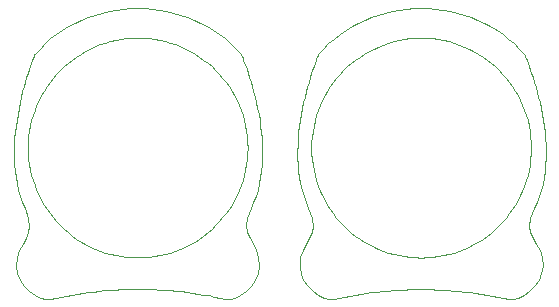
<source format=gbr>
G04 #@! TF.FileFunction,Profile,NP*
%FSLAX46Y46*%
G04 Gerber Fmt 4.6, Leading zero omitted, Abs format (unit mm)*
G04 Created by KiCad (PCBNEW 4.0.7-e2-6376~58~ubuntu14.04.1) date Thu May 17 14:08:47 2018*
%MOMM*%
%LPD*%
G01*
G04 APERTURE LIST*
%ADD10C,0.100000*%
G04 APERTURE END LIST*
D10*
X75492769Y-147517833D02*
X75271424Y-147027827D01*
X75770012Y-147997156D02*
X75492769Y-147517833D01*
X76039834Y-148517461D02*
X75770012Y-147997156D01*
X67890207Y-130780404D02*
X68340148Y-130884250D01*
X67432231Y-130698619D02*
X67890207Y-130780404D01*
X66966804Y-130639476D02*
X67432231Y-130698619D01*
X56823088Y-138475165D02*
X56904874Y-138017188D01*
X56763946Y-138940591D02*
X56823088Y-138475165D01*
X56728033Y-139412887D02*
X56763946Y-138940591D01*
X75144255Y-132980230D02*
X75049409Y-132723859D01*
X75247136Y-133268952D02*
X75144255Y-132980230D01*
X75356308Y-133588126D02*
X75247136Y-133268952D01*
X75470016Y-133935863D02*
X75356308Y-133588126D01*
X62395953Y-148460624D02*
X61983999Y-148274383D01*
X62818281Y-148627144D02*
X62395953Y-148460624D01*
X63250397Y-148773355D02*
X62818281Y-148627144D01*
X70448865Y-148069004D02*
X70047866Y-148274383D01*
X70838320Y-147845072D02*
X70448865Y-148069004D01*
X76045323Y-136036626D02*
X75935194Y-135574510D01*
X76149483Y-136515936D02*
X76045323Y-136036626D01*
X76245926Y-137010544D02*
X76149483Y-136515936D01*
X55849007Y-137003474D02*
X55764958Y-137511156D01*
X55941974Y-136509258D02*
X55849007Y-137003474D01*
X56042194Y-136030389D02*
X55941974Y-136509258D01*
X56148002Y-135568758D02*
X56042194Y-136030389D01*
X56823088Y-141307761D02*
X56763946Y-140842334D01*
X56904874Y-141765737D02*
X56823088Y-141307761D01*
X57008720Y-142215679D02*
X56904874Y-141765737D01*
X62262775Y-152076633D02*
X62722735Y-152028466D01*
X61803619Y-152131139D02*
X62262775Y-152076633D01*
X61345313Y-152191972D02*
X61803619Y-152131139D01*
X75303832Y-140370038D02*
X75267919Y-140842334D01*
X59131903Y-146144573D02*
X58839600Y-145807129D01*
X59439839Y-146467557D02*
X59131903Y-146144573D01*
X59762822Y-146775492D02*
X59439839Y-146467557D01*
X56763353Y-145815725D02*
X56838746Y-146489841D01*
X56455968Y-144977059D02*
X56763353Y-145815725D01*
X56240537Y-144478771D02*
X56455968Y-144977059D01*
X56057307Y-143967559D02*
X56240537Y-144478771D01*
X75126992Y-141765737D02*
X75023145Y-142215679D01*
X75208777Y-141307761D02*
X75126992Y-141765737D01*
X72592026Y-133315369D02*
X72899962Y-133638353D01*
X72269043Y-133007434D02*
X72592026Y-133315369D01*
X71931598Y-132715130D02*
X72269043Y-133007434D01*
X75586509Y-134310262D02*
X75470016Y-133935863D01*
X75704034Y-134709434D02*
X75586509Y-134310262D01*
X75820846Y-135131480D02*
X75704034Y-134709434D01*
X75935194Y-135574510D02*
X75820846Y-135131480D01*
X72400197Y-129921207D02*
X71872794Y-129602341D01*
X72910370Y-130270440D02*
X72400197Y-129921207D01*
X73401733Y-130650043D02*
X72910370Y-130270440D01*
X73872709Y-131060013D02*
X73401733Y-130650043D01*
X57134041Y-142656998D02*
X57008720Y-142215679D01*
X57280252Y-143089114D02*
X57134041Y-142656998D01*
X57446771Y-143511443D02*
X57280252Y-143089114D01*
X67821915Y-151919249D02*
X68287867Y-151947793D01*
X67356209Y-151897151D02*
X67821915Y-151919249D01*
X66890790Y-151881488D02*
X67356209Y-151897151D01*
X56257738Y-135126245D02*
X56148002Y-135568758D01*
X56369735Y-134704735D02*
X56257738Y-135126245D01*
X56482330Y-134306116D02*
X56369735Y-134704735D01*
X56593862Y-133932270D02*
X56482330Y-134306116D01*
X57633013Y-135859529D02*
X57838391Y-135458531D01*
X57446771Y-136271483D02*
X57633013Y-135859529D01*
X57280252Y-136693812D02*
X57446771Y-136271483D01*
X70448865Y-131713922D02*
X70838320Y-131937854D01*
X70047866Y-131508543D02*
X70448865Y-131713922D01*
X69635912Y-131322302D02*
X70047866Y-131508543D01*
X66494508Y-130603563D02*
X66966804Y-130639476D01*
X66015933Y-130591456D02*
X66494508Y-130603563D01*
X65537357Y-130603563D02*
X66015933Y-130591456D01*
X58615964Y-152689295D02*
X58615933Y-152689371D01*
X58225558Y-152703689D02*
X58615964Y-152689295D01*
X57773971Y-152596015D02*
X58225558Y-152703689D01*
X65065061Y-130639476D02*
X65537357Y-130603563D01*
X64599634Y-130698619D02*
X65065061Y-130639476D01*
X64141658Y-130780404D02*
X64599634Y-130698619D01*
X63691717Y-130884250D02*
X64141658Y-130780404D01*
X63250397Y-131009571D02*
X63691717Y-130884250D01*
X62818281Y-131155782D02*
X63250397Y-131009571D01*
X56715926Y-139891463D02*
X56728033Y-139412887D01*
X56728033Y-140370038D02*
X56715926Y-139891463D01*
X56763946Y-140842334D02*
X56728033Y-140370038D01*
X58618216Y-130650043D02*
X58150941Y-131060013D01*
X59106153Y-130270440D02*
X58618216Y-130650043D01*
X59613177Y-129921207D02*
X59106153Y-130270440D01*
X60137704Y-129602341D02*
X59613177Y-129921207D01*
X57275296Y-131993494D02*
X57248203Y-132059556D01*
X57284694Y-131971057D02*
X57275296Y-131993494D01*
X57705908Y-131500350D02*
X57284694Y-131971057D01*
X58150941Y-131060013D02*
X57705908Y-131500350D01*
X71215651Y-147603171D02*
X70838320Y-147845072D01*
X71580271Y-147343882D02*
X71215651Y-147603171D01*
X74585094Y-143511443D02*
X74398853Y-143923397D01*
X74751613Y-143089114D02*
X74585094Y-143511443D01*
X63691717Y-148898675D02*
X63250397Y-148773355D01*
X64141658Y-149002522D02*
X63691717Y-148898675D01*
X64599634Y-149084307D02*
X64141658Y-149002522D01*
X61193545Y-147845072D02*
X60816214Y-147603171D01*
X61583000Y-148069004D02*
X61193545Y-147845072D01*
X61983999Y-148274383D02*
X61583000Y-148069004D01*
X60678156Y-129313845D02*
X60137704Y-129602341D01*
X61232960Y-129055716D02*
X60678156Y-129313845D01*
X61800529Y-128827954D02*
X61232960Y-129055716D01*
X62379288Y-128630562D02*
X61800529Y-128827954D01*
X72592026Y-146467557D02*
X72269043Y-146775492D01*
X72899962Y-146144573D02*
X72592026Y-146467557D01*
X73192265Y-145807129D02*
X72899962Y-146144573D01*
X55582936Y-139096147D02*
X55551183Y-139638843D01*
X55630259Y-138559377D02*
X55582936Y-139096147D01*
X55691487Y-138030419D02*
X55630259Y-138559377D01*
X55764958Y-137511156D02*
X55691487Y-138030419D01*
X74751613Y-136693812D02*
X74897824Y-137125928D01*
X74585094Y-136271483D02*
X74751613Y-136693812D01*
X74398853Y-135859529D02*
X74585094Y-136271483D01*
X66425708Y-151872231D02*
X66890790Y-151881488D01*
X65961006Y-151869409D02*
X66425708Y-151872231D01*
X65496734Y-151872993D02*
X65961006Y-151869409D01*
X58304224Y-145091182D02*
X58062323Y-144713850D01*
X58563513Y-145455801D02*
X58304224Y-145091182D01*
X58839600Y-145807129D02*
X58563513Y-145455801D01*
X75126992Y-138017188D02*
X75208777Y-138475165D01*
X75023145Y-137567247D02*
X75126992Y-138017188D01*
X74897824Y-137125928D02*
X75023145Y-137567247D01*
X62967656Y-128463537D02*
X62379288Y-128630562D01*
X63564056Y-128326880D02*
X62967656Y-128463537D01*
X64166911Y-128220592D02*
X63564056Y-128326880D01*
X64774640Y-128144671D02*
X64166911Y-128220592D01*
X65385663Y-128099118D02*
X64774640Y-128144671D01*
X65998398Y-128083934D02*
X65385663Y-128099118D01*
X66611275Y-128099118D02*
X65998398Y-128083934D01*
X67222709Y-128144671D02*
X66611275Y-128099118D01*
X55566000Y-141283634D02*
X55613162Y-141831185D01*
X55541052Y-140734472D02*
X55566000Y-141283634D01*
X55536677Y-140185578D02*
X55541052Y-140734472D01*
X55551183Y-139638843D02*
X55536677Y-140185578D01*
X63644876Y-151951177D02*
X64106962Y-151922071D01*
X63183452Y-151986647D02*
X63644876Y-151951177D01*
X62722735Y-152028466D02*
X63183452Y-151986647D01*
X60100267Y-147067795D02*
X59762822Y-146775492D01*
X60451594Y-147343882D02*
X60100267Y-147067795D01*
X60816214Y-147603171D02*
X60451594Y-147343882D01*
X56702667Y-133585086D02*
X56593862Y-133932270D01*
X56807081Y-133266443D02*
X56702667Y-133585086D01*
X56905441Y-132978229D02*
X56807081Y-133266443D01*
X56996082Y-132722327D02*
X56905441Y-132978229D01*
X69213584Y-131155782D02*
X69635912Y-131322302D01*
X68781468Y-131009571D02*
X69213584Y-131155782D01*
X68340148Y-130884250D02*
X68781468Y-131009571D01*
X59521517Y-152498409D02*
X59975959Y-152412351D01*
X59068160Y-152590752D02*
X59521517Y-152498409D01*
X58615933Y-152689371D02*
X59068160Y-152590752D01*
X57633013Y-143923397D02*
X57446771Y-143511443D01*
X57838391Y-144324395D02*
X57633013Y-143923397D01*
X58062323Y-144713850D02*
X57838391Y-144324395D01*
X76557870Y-140741985D02*
X76564474Y-140193342D01*
X76529543Y-141290769D02*
X76557870Y-140741985D01*
X76477741Y-141837800D02*
X76529543Y-141290769D01*
X71580271Y-132439044D02*
X71931598Y-132715130D01*
X71215651Y-132179755D02*
X71580271Y-132439044D01*
X70838320Y-131937854D02*
X71215651Y-132179755D01*
X67890207Y-149002522D02*
X67432231Y-149084307D01*
X68340148Y-148898675D02*
X67890207Y-149002522D01*
X68781468Y-148773355D02*
X68340148Y-148898675D01*
X74193474Y-144324395D02*
X73969542Y-144713850D01*
X74398853Y-143923397D02*
X74193474Y-144324395D01*
X74193474Y-135458531D02*
X74398853Y-135859529D01*
X73969542Y-135069075D02*
X74193474Y-135458531D01*
X73727641Y-134691744D02*
X73969542Y-135069075D01*
X76238919Y-149130414D02*
X76039834Y-148517461D01*
X76303949Y-149887678D02*
X76238919Y-149130414D01*
X76203339Y-150527157D02*
X76303949Y-149887678D01*
X69213584Y-148627144D02*
X68781468Y-148773355D01*
X69635912Y-148460624D02*
X69213584Y-148627144D01*
X70047866Y-148274383D02*
X69635912Y-148460624D01*
X60887904Y-152259121D02*
X61345313Y-152191972D01*
X60431435Y-152332586D02*
X60887904Y-152259121D01*
X59975959Y-152412351D02*
X60431435Y-152332586D01*
X60100267Y-132715130D02*
X60451594Y-132439044D01*
X59762822Y-133007434D02*
X60100267Y-132715130D01*
X59439839Y-133315369D02*
X59762822Y-133007434D01*
X61193545Y-131937854D02*
X61583000Y-131713922D01*
X60816214Y-132179755D02*
X61193545Y-131937854D01*
X60451594Y-132439044D02*
X60816214Y-132179755D01*
X75249691Y-145809107D02*
X75575937Y-144977065D01*
X75169294Y-146475473D02*
X75249691Y-145809107D01*
X75271424Y-147027827D02*
X75169294Y-146475473D01*
X72018576Y-152409034D02*
X72484604Y-152495928D01*
X71552371Y-152328658D02*
X72018576Y-152409034D01*
X71086035Y-152254792D02*
X71552371Y-152328658D01*
X75960524Y-151104448D02*
X76203339Y-150527157D01*
X75609405Y-151609324D02*
X75960524Y-151104448D01*
X75183890Y-152031545D02*
X75609405Y-151609324D01*
X70202984Y-128827954D02*
X69622445Y-128630562D01*
X70772607Y-129055716D02*
X70202984Y-128827954D01*
X71329737Y-129313845D02*
X70772607Y-129055716D01*
X71872794Y-129602341D02*
X71329737Y-129313845D01*
X57295963Y-152375379D02*
X57773971Y-152596015D01*
X56826286Y-152050897D02*
X57295963Y-152375379D01*
X56399699Y-151631667D02*
X56826286Y-152050897D01*
X56050957Y-151126803D02*
X56399699Y-151631667D01*
X74321716Y-131500350D02*
X73872709Y-131060013D01*
X74747174Y-131971057D02*
X74321716Y-131500350D01*
X74757024Y-131993550D02*
X74747174Y-131971057D01*
X74785418Y-132059757D02*
X74757024Y-131993550D01*
X65065061Y-149143450D02*
X64599634Y-149084307D01*
X65537357Y-149179362D02*
X65065061Y-149143450D01*
X66015933Y-149191470D02*
X65537357Y-149179362D01*
X76000780Y-143970497D02*
X76163986Y-143449424D01*
X75805347Y-144480343D02*
X76000780Y-143970497D01*
X75575937Y-144977065D02*
X75805347Y-144480343D01*
X55814813Y-150545405D02*
X56050957Y-151126803D01*
X55726026Y-149896582D02*
X55814813Y-150545405D01*
X55802559Y-149153172D02*
X55726026Y-149896582D01*
X56001390Y-148547094D02*
X55802559Y-149153172D01*
X70619612Y-152187425D02*
X71086035Y-152254792D01*
X70153152Y-152126550D02*
X70619612Y-152187425D01*
X69686701Y-152072157D02*
X70153152Y-152126550D01*
X76332902Y-137518553D02*
X76245926Y-137010544D01*
X76408656Y-138038073D02*
X76332902Y-137518553D01*
X76471439Y-138567206D02*
X76408656Y-138038073D01*
X58304224Y-134691744D02*
X58563513Y-134327124D01*
X58062323Y-135069075D02*
X58304224Y-134691744D01*
X57838391Y-135458531D02*
X58062323Y-135069075D01*
X65032938Y-151882955D02*
X65496734Y-151872993D01*
X64569668Y-151899324D02*
X65032938Y-151882955D01*
X64106962Y-151922071D02*
X64569668Y-151899324D01*
X74830607Y-132167786D02*
X74785418Y-132059757D01*
X74890834Y-132315741D02*
X74830607Y-132167786D01*
X74964353Y-132501731D02*
X74890834Y-132315741D01*
X75049409Y-132723859D02*
X74964353Y-132501731D01*
X73468352Y-145455801D02*
X73192265Y-145807129D01*
X73727641Y-145091182D02*
X73468352Y-145455801D01*
X73969542Y-144713850D02*
X73727641Y-145091182D01*
X57134041Y-137125928D02*
X57280252Y-136693812D01*
X57008720Y-137567247D02*
X57134041Y-137125928D01*
X56904874Y-138017188D02*
X57008720Y-137567247D01*
X73415935Y-152689304D02*
X73800000Y-152700000D01*
X72950403Y-152589349D02*
X73415935Y-152689304D01*
X72484604Y-152495928D02*
X72950403Y-152589349D01*
X73468352Y-134327124D02*
X73727641Y-134691744D01*
X73192265Y-133975797D02*
X73468352Y-134327124D01*
X72899962Y-133638353D02*
X73192265Y-133975797D01*
X57077342Y-132500625D02*
X56996082Y-132722327D01*
X57147559Y-132315007D02*
X57077342Y-132500625D01*
X57205068Y-132167354D02*
X57147559Y-132315007D01*
X57248203Y-132059556D02*
X57205068Y-132167354D01*
X75315939Y-139891463D02*
X75303832Y-140370038D01*
X67831121Y-128220592D02*
X67222709Y-128144671D01*
X68434933Y-128326880D02*
X67831121Y-128220592D01*
X69032566Y-128463537D02*
X68434933Y-128326880D01*
X69622445Y-128630562D02*
X69032566Y-128463537D01*
X74897824Y-142656998D02*
X74751613Y-143089114D01*
X75023145Y-142215679D02*
X74897824Y-142656998D01*
X66494508Y-149179362D02*
X66015933Y-149191470D01*
X66966804Y-149143450D02*
X66494508Y-149179362D01*
X67432231Y-149084307D02*
X66966804Y-149143450D01*
X55904619Y-143445310D02*
X56057307Y-143967559D01*
X55780808Y-142913908D02*
X55904619Y-143445310D01*
X55684209Y-142375239D02*
X55780808Y-142913908D01*
X55613162Y-141831185D02*
X55684209Y-142375239D01*
X71931598Y-147067795D02*
X71580271Y-147343882D01*
X72269043Y-146775492D02*
X71931598Y-147067795D01*
X62395953Y-131322302D02*
X62818281Y-131155782D01*
X61983999Y-131508543D02*
X62395953Y-131322302D01*
X61583000Y-131713922D02*
X61983999Y-131508543D01*
X75303832Y-139412887D02*
X75315939Y-139891463D01*
X75267919Y-138940591D02*
X75303832Y-139412887D01*
X75208777Y-138475165D02*
X75267919Y-138940591D01*
X56263473Y-148028037D02*
X56001390Y-148547094D01*
X56529761Y-147545682D02*
X56263473Y-148028037D01*
X56741199Y-147049722D02*
X56529761Y-147545682D01*
X56838746Y-146489841D02*
X56741199Y-147049722D01*
X59131903Y-133638353D02*
X59439839Y-133315369D01*
X58839600Y-133975797D02*
X59131903Y-133638353D01*
X58563513Y-134327124D02*
X58839600Y-133975797D01*
X76519504Y-139104057D02*
X76471439Y-138567206D01*
X76551096Y-139646734D02*
X76519504Y-139104057D01*
X76564474Y-140193342D02*
X76551096Y-139646734D01*
X69220306Y-152024239D02*
X69686701Y-152072157D01*
X68754010Y-151982789D02*
X69220306Y-152024239D01*
X68287867Y-151947793D02*
X68754010Y-151982789D01*
X76400714Y-142381182D02*
X76477741Y-141837800D01*
X76296712Y-142919022D02*
X76400714Y-142381182D01*
X76163986Y-143449424D02*
X76296712Y-142919022D01*
X75267919Y-140842334D02*
X75208777Y-141307761D01*
X74717879Y-152360887D02*
X75183890Y-152031545D01*
X74245281Y-152587117D02*
X74717879Y-152360887D01*
X73800000Y-152700000D02*
X74245281Y-152587117D01*
X95577530Y-147356082D02*
X95212910Y-147615371D01*
X100301208Y-149899878D02*
X100236178Y-149142614D01*
X81444030Y-143523643D02*
X81277511Y-143101314D01*
X89534616Y-130615763D02*
X90013192Y-130603656D01*
X99020404Y-137579447D02*
X99124251Y-138029388D01*
X80823545Y-152063097D02*
X81293222Y-152387579D01*
X80396958Y-151643867D02*
X80823545Y-152063097D01*
X80048216Y-151139003D02*
X80396958Y-151643867D01*
X99932453Y-135586710D02*
X99818105Y-135143680D01*
X84428694Y-152344786D02*
X84885163Y-152271321D01*
X86719994Y-152040666D02*
X87180711Y-151998847D01*
X83065419Y-152602952D02*
X83518776Y-152510609D01*
X93633171Y-131334502D02*
X94045125Y-131520743D01*
X92751269Y-151994989D02*
X93217565Y-152036439D01*
X81005979Y-137579447D02*
X81131300Y-137138128D01*
X82059582Y-144726050D02*
X81835650Y-144336595D01*
X96589285Y-146479757D02*
X96266302Y-146787692D01*
X96266302Y-133019634D02*
X96589285Y-133327569D01*
X97869968Y-131072213D02*
X97398992Y-130662243D01*
X98318975Y-131512550D02*
X97869968Y-131072213D01*
X82059582Y-135081275D02*
X82301483Y-134703944D01*
X99353567Y-133600326D02*
X99244395Y-133281152D01*
X81277511Y-136706012D02*
X81444030Y-136283683D01*
X99046668Y-132736059D02*
X98961612Y-132513931D01*
X89030197Y-151895155D02*
X89493993Y-151885193D01*
X79812072Y-150557605D02*
X80048216Y-151139003D01*
X79723285Y-149908782D02*
X79812072Y-150557605D01*
X79799818Y-149165372D02*
X79723285Y-149908782D01*
X81703167Y-131512550D02*
X81281953Y-131983257D01*
X82148200Y-131072213D02*
X81703167Y-131512550D01*
X82615475Y-130662243D02*
X82148200Y-131072213D01*
X85800878Y-152143339D02*
X86260034Y-152088833D01*
X87180711Y-151998847D02*
X87642135Y-151963377D01*
X82560772Y-134339324D02*
X82836859Y-133987997D01*
X92432192Y-128339080D02*
X91828380Y-128232792D01*
X93029825Y-128475737D02*
X92432192Y-128339080D01*
X99124251Y-138029388D02*
X99206036Y-138487365D01*
X89062320Y-130651676D02*
X89534616Y-130615763D01*
X90964063Y-130651676D02*
X91429490Y-130710819D01*
X89958265Y-151881609D02*
X90422967Y-151884431D01*
X98748872Y-136706012D02*
X98895083Y-137138128D01*
X80713185Y-139903663D02*
X80725292Y-139425087D01*
X98782677Y-132071957D02*
X98754283Y-132005750D01*
X98827866Y-132179986D02*
X98782677Y-132071957D01*
X81835650Y-144336595D02*
X81630272Y-143935597D01*
X80820347Y-141319961D02*
X80761205Y-140854534D01*
X84675415Y-129326045D02*
X84134963Y-129614541D01*
X85230219Y-129067916D02*
X84675415Y-129326045D01*
X85797788Y-128840154D02*
X85230219Y-129067916D01*
X100516763Y-139116257D02*
X100468698Y-138579406D01*
X93619704Y-128642762D02*
X93029825Y-128475737D01*
X94200243Y-128840154D02*
X93619704Y-128642762D01*
X94045125Y-131520743D02*
X94446124Y-131726122D01*
X83518776Y-152510609D02*
X83973218Y-152424551D01*
X99265178Y-138952791D02*
X99301091Y-139425087D01*
X99606664Y-151621524D02*
X99957783Y-151116648D01*
X80902133Y-138029388D02*
X81005979Y-137579447D01*
X85190804Y-131950054D02*
X85580259Y-131726122D01*
X94446124Y-148081204D02*
X94045125Y-148286583D01*
X100042582Y-136048826D02*
X99932453Y-135586710D01*
X79533936Y-140197778D02*
X79538311Y-140746672D01*
X79548442Y-139651043D02*
X79533936Y-140197778D01*
X79580195Y-139108347D02*
X79548442Y-139651043D01*
X91819174Y-151931449D02*
X92285126Y-151959993D01*
X94045125Y-148286583D02*
X93633171Y-148472824D01*
X88138917Y-149014722D02*
X87688976Y-148910875D01*
X87561315Y-128339080D02*
X86964915Y-128475737D01*
X88164170Y-128232792D02*
X87561315Y-128339080D01*
X99124251Y-141777937D02*
X99020404Y-142227879D01*
X83103412Y-130282640D02*
X82615475Y-130662243D01*
X83610436Y-129933407D02*
X83103412Y-130282640D01*
X84134963Y-129614541D02*
X83610436Y-129933407D01*
X100200598Y-150539357D02*
X100301208Y-149899878D01*
X96897221Y-133650553D02*
X97189524Y-133987997D01*
X99701293Y-134721634D02*
X99583768Y-134322462D01*
X100293971Y-142931222D02*
X100397973Y-142393382D01*
X80761205Y-138952791D02*
X80820347Y-138487365D01*
X88596893Y-149096507D02*
X88138917Y-149014722D01*
X98190733Y-135470731D02*
X98396112Y-135871729D01*
X79846266Y-137015674D02*
X79762217Y-137523356D01*
X79939233Y-136521458D02*
X79846266Y-137015674D01*
X80039453Y-136042589D02*
X79939233Y-136521458D01*
X84448853Y-147356082D02*
X84097526Y-147079995D01*
X98895083Y-142669198D02*
X98748872Y-143101314D01*
X81245462Y-132071756D02*
X81202327Y-132179554D01*
X81272555Y-132005694D02*
X81245462Y-132071756D01*
X81281953Y-131983257D02*
X81272555Y-132005694D01*
X90964063Y-149155650D02*
X90491767Y-149191562D01*
X99301091Y-140382238D02*
X99265178Y-140854534D01*
X99957783Y-151116648D02*
X100200598Y-150539357D01*
X81005979Y-142227879D02*
X80902133Y-141777937D01*
X88566927Y-151911524D02*
X89030197Y-151895155D01*
X92337407Y-148910875D02*
X91887466Y-149014722D01*
X97465611Y-134339324D02*
X97724900Y-134703944D01*
X88771899Y-128156871D02*
X88164170Y-128232792D01*
X89382922Y-128111318D02*
X88771899Y-128156871D01*
X85981258Y-148286583D02*
X85580259Y-148081204D01*
X88104221Y-151934271D02*
X88566927Y-151911524D01*
X99265178Y-140854534D02*
X99206036Y-141319961D01*
X98888093Y-132327941D02*
X98827866Y-132179986D01*
X98961612Y-132513931D02*
X98888093Y-132327941D01*
X81835650Y-135470731D02*
X82059582Y-135081275D01*
X96015835Y-152421234D02*
X96481863Y-152508128D01*
X99490028Y-147530033D02*
X99268683Y-147040027D01*
X89534616Y-149191562D02*
X89062320Y-149155650D01*
X80479589Y-134318316D02*
X80366994Y-134716935D01*
X80591121Y-133944470D02*
X80479589Y-134318316D01*
X80699926Y-133597286D02*
X80591121Y-133944470D01*
X96907629Y-130282640D02*
X96397456Y-129933407D01*
X97398992Y-130662243D02*
X96907629Y-130282640D01*
X81277511Y-143101314D02*
X81131300Y-142669198D01*
X84097526Y-132727330D02*
X84448853Y-132451244D01*
X82836859Y-133987997D02*
X83129162Y-133650553D01*
X80738458Y-147061922D02*
X80527020Y-147557882D01*
X80836005Y-146502041D02*
X80738458Y-147061922D01*
X80760612Y-145827925D02*
X80836005Y-146502041D01*
X86393212Y-148472824D02*
X85981258Y-148286583D01*
X99166553Y-146487673D02*
X99246950Y-145821307D01*
X81630272Y-143935597D02*
X81444030Y-143523643D01*
X92778727Y-148785555D02*
X92337407Y-148910875D01*
X83973218Y-152424551D02*
X84428694Y-152344786D01*
X98895083Y-137138128D02*
X99020404Y-137579447D01*
X98582353Y-143523643D02*
X98396112Y-143935597D01*
X80725292Y-139425087D02*
X80761205Y-138952791D01*
X92778727Y-131021771D02*
X93210843Y-131167982D01*
X80820347Y-138487365D02*
X80902133Y-138029388D01*
X83760081Y-146787692D02*
X83437098Y-146479757D01*
X80804340Y-133278643D02*
X80699926Y-133597286D01*
X80902700Y-132990429D02*
X80804340Y-133278643D01*
X80993341Y-132734527D02*
X80902700Y-132990429D01*
X98190733Y-144336595D02*
X97966801Y-144726050D01*
X100236178Y-149142614D02*
X100037093Y-148529661D01*
X87688976Y-148910875D02*
X87247656Y-148785555D01*
X86376547Y-128642762D02*
X85797788Y-128840154D01*
X86964915Y-128475737D02*
X86376547Y-128642762D01*
X85981258Y-131520743D02*
X86393212Y-131334502D01*
X99141514Y-132992430D02*
X99046668Y-132736059D01*
X97966801Y-144726050D02*
X97724900Y-145103382D01*
X95870053Y-129614541D02*
X95326996Y-129326045D01*
X96397456Y-129933407D02*
X95870053Y-129614541D01*
X94446124Y-131726122D02*
X94835579Y-131950054D01*
X100243185Y-137022744D02*
X100146742Y-136528136D01*
X97724900Y-145103382D02*
X97465611Y-145468001D01*
X100037093Y-148529661D02*
X99767271Y-148009356D01*
X99573196Y-144989265D02*
X99802606Y-144492543D01*
X94769866Y-129067916D02*
X94200243Y-128840154D01*
X95326996Y-129326045D02*
X94769866Y-129067916D01*
X82836859Y-145819329D02*
X82560772Y-145468001D01*
X86260034Y-152088833D02*
X86719994Y-152040666D01*
X82560772Y-145468001D02*
X82301483Y-145103382D01*
X80145261Y-135580958D02*
X80039453Y-136042589D01*
X80254997Y-135138445D02*
X80145261Y-135580958D01*
X80366994Y-134716935D02*
X80254997Y-135138445D01*
X85342572Y-152204172D02*
X85800878Y-152143339D01*
X81630272Y-135871729D02*
X81835650Y-135470731D01*
X79901878Y-143457510D02*
X80054566Y-143979759D01*
X79778067Y-142926108D02*
X79901878Y-143457510D01*
X79681468Y-142387439D02*
X79778067Y-142926108D01*
X84813473Y-132191955D02*
X85190804Y-131950054D01*
X100330161Y-137530753D02*
X100243185Y-137022744D01*
X88138917Y-130792604D02*
X88596893Y-130710819D01*
X81131300Y-137138128D02*
X81277511Y-136706012D01*
X80453227Y-144989259D02*
X80760612Y-145827925D01*
X80237796Y-144490971D02*
X80453227Y-144989259D01*
X80054566Y-143979759D02*
X80237796Y-144490971D01*
X98744433Y-131983257D02*
X98318975Y-131512550D01*
X98754283Y-132005750D02*
X98744433Y-131983257D01*
X90491767Y-149191562D02*
X90013192Y-149203670D01*
X91353468Y-151909351D02*
X91819174Y-151931449D01*
X95577530Y-132451244D02*
X95928857Y-132727330D01*
X94150411Y-152138750D02*
X94616871Y-152199625D01*
X99020404Y-142227879D02*
X98895083Y-142669198D01*
X79610421Y-141843385D02*
X79681468Y-142387439D01*
X79563259Y-141295834D02*
X79610421Y-141843385D01*
X79538311Y-140746672D02*
X79563259Y-141295834D01*
X99467275Y-133948063D02*
X99353567Y-133600326D01*
X90491767Y-130615763D02*
X90964063Y-130651676D01*
X90013192Y-149203670D02*
X89534616Y-149191562D01*
X93210843Y-148639344D02*
X92778727Y-148785555D01*
X79998649Y-148559294D02*
X79799818Y-149165372D01*
X80260732Y-148040237D02*
X79998649Y-148559294D01*
X80527020Y-147557882D02*
X80260732Y-148040237D01*
X97724900Y-134703944D02*
X97966801Y-135081275D01*
X95083294Y-152266992D02*
X95549630Y-152340858D01*
X87247656Y-148785555D02*
X86815540Y-148639344D01*
X95212910Y-132191955D02*
X95577530Y-132451244D01*
X85580259Y-148081204D02*
X85190804Y-147857272D01*
X95928857Y-147079995D02*
X95577530Y-147356082D01*
X99583768Y-134322462D02*
X99467275Y-133948063D01*
X96481863Y-152508128D02*
X96947662Y-152601549D01*
X84448853Y-132451244D02*
X84813473Y-132191955D01*
X86815540Y-131167982D02*
X87247656Y-131021771D01*
X97189524Y-133987997D02*
X97465611Y-134339324D01*
X99313198Y-139903663D02*
X99301091Y-140382238D01*
X84813473Y-147615371D02*
X84448853Y-147356082D01*
X99802606Y-144492543D02*
X99998039Y-143982697D01*
X96266302Y-146787692D02*
X95928857Y-147079995D01*
X99998039Y-143982697D02*
X100161245Y-143461624D01*
X99181149Y-152043745D02*
X99606664Y-151621524D01*
X90422967Y-151884431D02*
X90888049Y-151893688D01*
X85580259Y-131726122D02*
X85981258Y-131520743D01*
X99206036Y-141319961D02*
X99124251Y-141777937D01*
X99818105Y-135143680D02*
X99701293Y-134721634D01*
X81074601Y-132512825D02*
X80993341Y-132734527D01*
X81144818Y-132327207D02*
X81074601Y-132512825D01*
X81202327Y-132179554D02*
X81144818Y-132327207D01*
X82613223Y-152701495D02*
X82613192Y-152701571D01*
X91887466Y-149014722D02*
X91429490Y-149096507D01*
X84097526Y-147079995D02*
X83760081Y-146787692D01*
X99244395Y-133281152D02*
X99141514Y-132992430D01*
X98242540Y-152599317D02*
X98715138Y-152373087D01*
X93633171Y-148472824D02*
X93210843Y-148639344D01*
X87688976Y-130896450D02*
X88138917Y-130792604D01*
X99767271Y-148009356D02*
X99490028Y-147530033D01*
X100146742Y-136528136D02*
X100042582Y-136048826D01*
X92285126Y-151959993D02*
X92751269Y-151994989D01*
X96589285Y-133327569D02*
X96897221Y-133650553D01*
X97413194Y-152701504D02*
X97797259Y-152712200D01*
X80761205Y-140854534D02*
X80725292Y-140382238D01*
X98748872Y-143101314D02*
X98582353Y-143523643D01*
X99206036Y-138487365D02*
X99265178Y-138952791D01*
X88596893Y-130710819D02*
X89062320Y-130651676D01*
X81444030Y-136283683D02*
X81630272Y-135871729D01*
X100468698Y-138579406D02*
X100405915Y-138050273D01*
X83129162Y-146156773D02*
X82836859Y-145819329D01*
X97189524Y-145819329D02*
X96897221Y-146156773D01*
X97966801Y-135081275D02*
X98190733Y-135470731D01*
X100555129Y-140754185D02*
X100561733Y-140205542D01*
X100161245Y-143461624D02*
X100293971Y-142931222D01*
X93217565Y-152036439D02*
X93683960Y-152084357D01*
X83760081Y-133019634D02*
X84097526Y-132727330D01*
X95928857Y-132727330D02*
X96266302Y-133019634D01*
X98582353Y-136283683D02*
X98748872Y-136706012D01*
X100526802Y-141302969D02*
X100555129Y-140754185D01*
X93683960Y-152084357D02*
X94150411Y-152138750D01*
X79627518Y-138571577D02*
X79580195Y-139108347D01*
X79688746Y-138042619D02*
X79627518Y-138571577D01*
X79762217Y-137523356D02*
X79688746Y-138042619D01*
X100397973Y-142393382D02*
X100475000Y-141850000D01*
X99268683Y-147040027D02*
X99166553Y-146487673D01*
X92337407Y-130896450D02*
X92778727Y-131021771D01*
X86815540Y-148639344D02*
X86393212Y-148472824D01*
X90013192Y-130603656D02*
X90491767Y-130615763D01*
X94835579Y-147857272D02*
X94446124Y-148081204D01*
X94616871Y-152199625D02*
X95083294Y-152266992D01*
X97797259Y-152712200D02*
X98242540Y-152599317D01*
X98396112Y-143935597D02*
X98190733Y-144336595D01*
X91219968Y-128156871D02*
X90608534Y-128111318D01*
X91828380Y-128232792D02*
X91219968Y-128156871D01*
X89062320Y-149155650D02*
X88596893Y-149096507D01*
X85190804Y-147857272D02*
X84813473Y-147615371D01*
X98396112Y-135871729D02*
X98582353Y-136283683D01*
X93210843Y-131167982D02*
X93633171Y-131334502D01*
X91429490Y-130710819D02*
X91887466Y-130792604D01*
X89995657Y-128096134D02*
X89382922Y-128111318D01*
X90608534Y-128111318D02*
X89995657Y-128096134D01*
X83129162Y-133650553D02*
X83437098Y-133327569D01*
X87642135Y-151963377D02*
X88104221Y-151934271D01*
X82301483Y-134703944D02*
X82560772Y-134339324D01*
X86393212Y-131334502D02*
X86815540Y-131167982D01*
X84885163Y-152271321D02*
X85342572Y-152204172D01*
X82613192Y-152701571D02*
X83065419Y-152602952D01*
X99246950Y-145821307D02*
X99573196Y-144989265D01*
X100405915Y-138050273D02*
X100330161Y-137530753D01*
X89493993Y-151885193D02*
X89958265Y-151881609D01*
X98715138Y-152373087D02*
X99181149Y-152043745D01*
X91429490Y-149096507D02*
X90964063Y-149155650D01*
X87247656Y-131021771D02*
X87688976Y-130896450D01*
X83437098Y-146479757D02*
X83129162Y-146156773D01*
X94835579Y-131950054D02*
X95212910Y-132191955D01*
X81131300Y-142669198D02*
X81005979Y-142227879D01*
X100548355Y-139658934D02*
X100516763Y-139116257D01*
X80902133Y-141777937D02*
X80820347Y-141319961D01*
X99301091Y-139425087D02*
X99313198Y-139903663D01*
X82301483Y-145103382D02*
X82059582Y-144726050D01*
X95549630Y-152340858D02*
X96015835Y-152421234D01*
X96947662Y-152601549D02*
X97413194Y-152701504D01*
X100561733Y-140205542D02*
X100548355Y-139658934D01*
X90888049Y-151893688D02*
X91353468Y-151909351D01*
X80725292Y-140382238D02*
X80713185Y-139903663D01*
X83437098Y-133327569D02*
X83760081Y-133019634D01*
X95212910Y-147615371D02*
X94835579Y-147857272D01*
X96897221Y-146156773D02*
X96589285Y-146479757D01*
X82222817Y-152715889D02*
X82613223Y-152701495D01*
X81771230Y-152608215D02*
X82222817Y-152715889D01*
X81293222Y-152387579D02*
X81771230Y-152608215D01*
X97465611Y-145468001D02*
X97189524Y-145819329D01*
X91887466Y-130792604D02*
X92337407Y-130896450D01*
X100475000Y-141850000D02*
X100526802Y-141302969D01*
M02*

</source>
